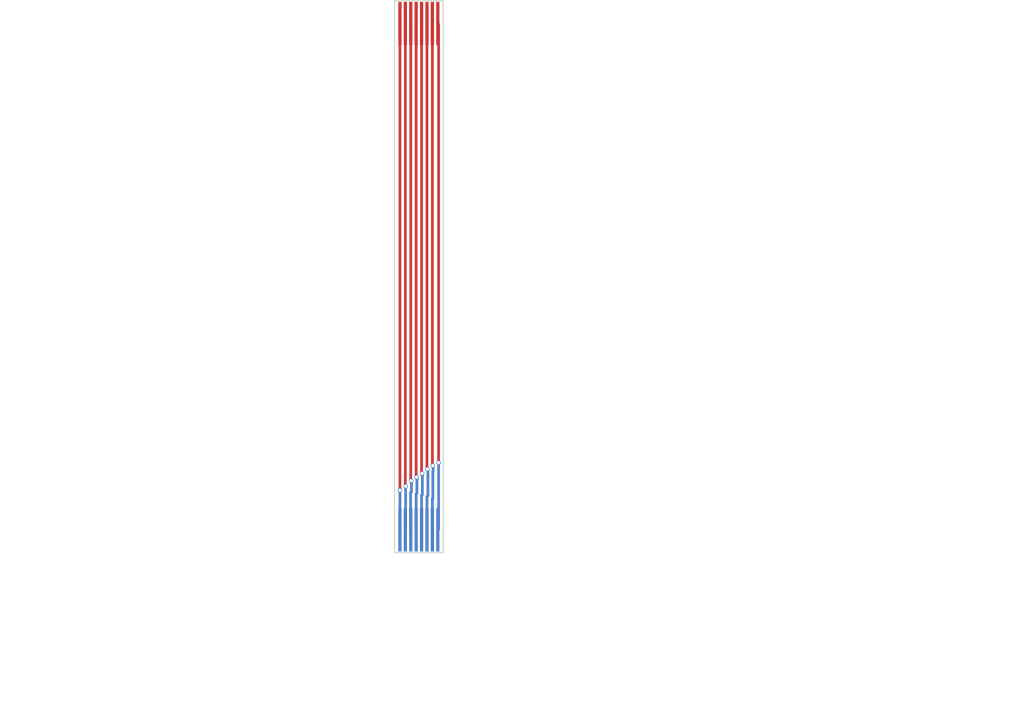
<source format=kicad_pcb>
(kicad_pcb (version 20211014) (generator pcbnew)
  (layers (0 "F.Cu" signal) (31 "B.Cu" signal) (34 "B.Paste" user) (35 "F.Paste" user) (36 "B.SilkS" user "B.Silkscreen") (37 "F.SilkS" user "F.Silkscreen") (38 "B.Mask" user) (39 "F.Mask" user) (44 "Edge.Cuts" user))
  (net 0 "")
  (net 1 "8")
  (net 2 "7")
  (net 3 "6")
  (net 4 "5")
  (net 5 "4")
  (net 6 "3")
  (net 7 "2")
  (net 8 "1")
  (footprint "STS_connector:flexpcb con." (layer "F.Cu") (at 126 84.1)
    (fp_text reference "J1" hide)
    (fp_text value "Conn_01x08_Male")
    (pad "1" smd rect (at 0.5 -2) (size 0.3 4) (layers "F.Cu" "F.Paste" "F.Mask") (net 1 "8"))
    (pad "2" smd rect (at 1 -2) (size 0.3 4) (layers "F.Cu" "F.Paste" "F.Mask") (net 2 "7"))
    (pad "3" smd rect (at 1.5 -2) (size 0.3 4) (layers "F.Cu" "F.Paste" "F.Mask") (net 3 "6"))
    (pad "4" smd rect (at 2 -2) (size 0.3 4) (layers "F.Cu" "F.Paste" "F.Mask") (net 4 "5"))
    (pad "5" smd rect (at 2.5 -2) (size 0.3 4) (layers "F.Cu" "F.Paste" "F.Mask") (net 5 "4"))
    (pad "6" smd rect (at 3 -2) (size 0.3 4) (layers "F.Cu" "F.Paste" "F.Mask") (net 6 "3"))
    (pad "7" smd rect (at 3.5 -2) (size 0.3 4) (layers "F.Cu" "F.Paste" "F.Mask") (net 7 "2"))
    (pad "8" smd rect (at 4 -2) (size 0.3 4) (layers "F.Cu" "F.Paste" "F.Mask") (net 8 "1"))
  )
  (footprint "STS_connector:flexpcb con." (layer "B.Cu") (at 130.5 130.9 180)
    (fp_text reference "J2" hide)
    (fp_text value "Conn_01x08_Male")
    (pad "1" smd rect (at 0.5 2 180) (size 0.3 4) (layers "B.Cu" "B.Paste" "B.Mask") (net 8 "1"))
    (pad "2" smd rect (at 1 2 180) (size 0.3 4) (layers "B.Cu" "B.Paste" "B.Mask") (net 7 "2"))
    (pad "3" smd rect (at 1.5 2 180) (size 0.3 4) (layers "B.Cu" "B.Paste" "B.Mask") (net 6 "3"))
    (pad "4" smd rect (at 2 2 180) (size 0.3 4) (layers "B.Cu" "B.Paste" "B.Mask") (net 5 "4"))
    (pad "5" smd rect (at 2.5 2 180) (size 0.3 4) (layers "B.Cu" "B.Paste" "B.Mask") (net 4 "5"))
    (pad "6" smd rect (at 3 2 180) (size 0.3 4) (layers "B.Cu" "B.Paste" "B.Mask") (net 3 "6"))
    (pad "7" smd rect (at 3.5 2 180) (size 0.3 4) (layers "B.Cu" "B.Paste" "B.Mask") (net 2 "7"))
    (pad "8" smd rect (at 4 2 180) (size 0.3 4) (layers "B.Cu" "B.Paste" "B.Mask") (net 1 "8"))
  )
  (gr_line (start 130.5 80) (end 130.5 131) (layer "Edge.Cuts") (width 0.1))
  (gr_line (start 126 80) (end 126 131) (layer "Edge.Cuts") (width 0.1))
  (gr_line (start 126 131) (end 130.5 131) (layer "Edge.Cuts") (width 0.1))
  (gr_line (start 126 80) (end 130.5 80) (layer "Edge.Cuts") (width 0.1))
  (segment (start 126.5 82.1) (end 126.5 125.2394) (width 0.25) (layer "F.Cu") (net 1))
  (via (at 126.5 125.2394) (size 0.4) (drill 0.3) (layers "F.Cu" "B.Cu") (net 1))
  (segment (start 126.5 125.2394) (end 126.5 128.9) (width 0.25) (layer "B.Cu") (net 1))
  (segment (start 127 124.841) (end 127.0254 124.8664) (width 0.25) (layer "F.Cu") (net 2))
  (segment (start 127 82.1) (end 127 124.841) (width 0.25) (layer "F.Cu") (net 2))
  (via (at 127.0254 124.8664) (size 0.4) (drill 0.3) (layers "F.Cu" "B.Cu") (net 2))
  (segment (start 127.0254 124.8664) (end 127.0254 128.8746) (width 0.25) (layer "B.Cu") (net 2))
  (segment (start 127.0254 128.8746) (end 127 128.9) (width 0.25) (layer "B.Cu") (net 2))
  (segment (start 127.5 82.1) (end 127.5 124.325) (width 0.25) (layer "F.Cu") (net 3))
  (segment (start 127.5 124.325) (end 127.5334 124.3584) (width 0.25) (layer "F.Cu") (net 3))
  (via (at 127.5334 124.3584) (size 0.4) (drill 0.3) (layers "F.Cu" "B.Cu") (net 3))
  (segment (start 127.4826 125.476) (end 127.4826 128.8826) (width 0.25) (layer "B.Cu") (net 3))
  (segment (start 127.4826 128.8826) (end 127.5 128.9) (width 0.25) (layer "B.Cu") (net 3))
  (segment (start 127.5334 124.5616) (end 127.5588 124.587) (width 0.25) (layer "B.Cu") (net 3))
  (segment (start 127.5588 124.587) (end 127.5588 125.3998) (width 0.25) (layer "B.Cu") (net 3))
  (segment (start 127.5334 124.3584) (end 127.5334 124.5616) (width 0.25) (layer "B.Cu") (net 3))
  (segment (start 127.5588 125.3998) (end 127.4826 125.476) (width 0.25) (layer "B.Cu") (net 3))
  (segment (start 128 123.9868) (end 128.0414 124.0282) (width 0.25) (layer "F.Cu") (net 4))
  (segment (start 128 82.1) (end 128 123.9868) (width 0.25) (layer "F.Cu") (net 4))
  (via (at 128.0414 124.0282) (size 0.4) (drill 0.3) (layers "F.Cu" "B.Cu") (net 4))
  (segment (start 128.0668 124.2822) (end 128.0922 124.2568) (width 0.25) (layer "B.Cu") (net 4))
  (segment (start 128.0414 124.206) (end 128.0414 124.0282) (width 0.25) (layer "B.Cu") (net 4))
  (segment (start 128.0922 124.2568) (end 128.0414 124.206) (width 0.25) (layer "B.Cu") (net 4))
  (segment (start 128.0668 125.5268) (end 128.0668 124.2822) (width 0.25) (layer "B.Cu") (net 4))
  (segment (start 128 125.5936) (end 128.0668 125.5268) (width 0.25) (layer "B.Cu") (net 4))
  (segment (start 128 128.9) (end 128 125.5936) (width 0.25) (layer "B.Cu") (net 4))
  (segment (start 128.5 123.5442) (end 128.4986 123.5456) (width 0.25) (layer "F.Cu") (net 5))
  (segment (start 128.4986 123.6218) (end 128.5494 123.6726) (width 0.25) (layer "F.Cu") (net 5))
  (segment (start 128.4986 123.5456) (end 128.4986 123.6218) (width 0.25) (layer "F.Cu") (net 5))
  (segment (start 128.5 82.1) (end 128.5 123.5442) (width 0.25) (layer "F.Cu") (net 5))
  (via (at 128.5494 123.6726) (size 0.4) (drill 0.3) (layers "F.Cu" "B.Cu") (net 5))
  (segment (start 128.5748 123.9012) (end 128.5748 124.206) (width 0.25) (layer "B.Cu") (net 5))
  (segment (start 128.5 125.7032) (end 128.5748 125.6284) (width 0.25) (layer "B.Cu") (net 5))
  (segment (start 128.5494 123.6726) (end 128.5494 123.8758) (width 0.25) (layer "B.Cu") (net 5))
  (segment (start 128.5748 125.6284) (end 128.5748 124.2568) (width 0.25) (layer "B.Cu") (net 5))
  (segment (start 128.5 128.9) (end 128.5 125.7032) (width 0.25) (layer "B.Cu") (net 5))
  (segment (start 128.5494 123.8758) (end 128.5748 123.9012) (width 0.25) (layer "B.Cu") (net 5))
  (segment (start 129 123.2596) (end 129.032 123.2916) (width 0.25) (layer "F.Cu") (net 6))
  (segment (start 129 82.1) (end 129 123.2596) (width 0.25) (layer "F.Cu") (net 6))
  (via (at 129.032 123.2916) (size 0.4) (drill 0.3) (layers "F.Cu" "B.Cu") (net 6))
  (segment (start 129.0828 123.3424) (end 129.032 123.2916) (width 0.25) (layer "B.Cu") (net 6))
  (segment (start 129 128.9) (end 129 125.8128) (width 0.25) (layer "B.Cu") (net 6))
  (segment (start 129 125.8128) (end 129.0828 125.73) (width 0.25) (layer "B.Cu") (net 6))
  (segment (start 129.0828 125.73) (end 129.0828 123.3424) (width 0.25) (layer "B.Cu") (net 6))
  (segment (start 129.5 82.1) (end 129.5 122.9214) (width 0.25) (layer "F.Cu") (net 7))
  (segment (start 129.5 122.9214) (end 129.54 122.9614) (width 0.25) (layer "F.Cu") (net 7))
  (via (at 129.54 122.9614) (size 0.4) (drill 0.3) (layers "F.Cu" "B.Cu") (net 7))
  (segment (start 129.5 126.0456) (end 129.54 126.0056) (width 0.25) (layer "B.Cu") (net 7))
  (segment (start 129.5654 122.9868) (end 129.54 122.9614) (width 0.25) (layer "B.Cu") (net 7))
  (segment (start 129.54 126.0056) (end 129.54 123.4694) (width 0.25) (layer "B.Cu") (net 7))
  (segment (start 129.5 128.9) (end 129.5 126.0456) (width 0.25) (layer "B.Cu") (net 7))
  (segment (start 129.54 123.4694) (end 129.5654 123.444) (width 0.25) (layer "B.Cu") (net 7))
  (segment (start 129.5654 123.444) (end 129.5654 122.9868) (width 0.25) (layer "B.Cu") (net 7))
  (segment (start 130.0734 122.682) (end 130.0734 82.1734) (width 0.25) (layer "F.Cu") (net 8))
  (segment (start 130.0734 82.1734) (end 130 82.1) (width 0.25) (layer "F.Cu") (net 8))
  (via (at 130.0734 122.682) (size 0.4) (drill 0.3) (layers "F.Cu" "B.Cu") (net 8))
  (segment (start 130.0734 122.682) (end 130.0734 128.8266) (width 0.25) (layer "B.Cu") (net 8))
  (segment (start 130.0734 128.8266) (end 130 128.9) (width 0.25) (layer "B.Cu") (net 8))
)
</source>
